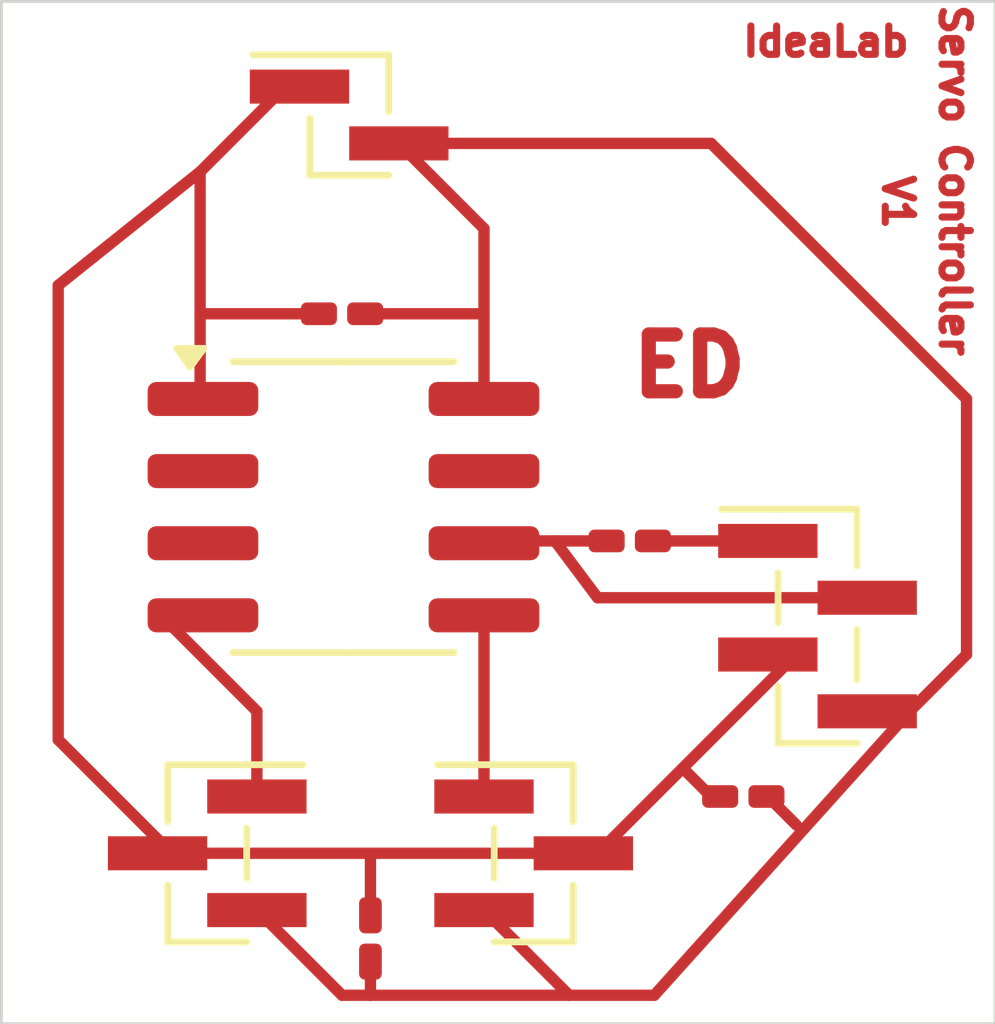
<source format=kicad_pcb>
(kicad_pcb (version 20240108) (generator "pcbnew") (generator_version "8.0")
  (layers (0 "F.Cu" signal) (31 "B.Cu" signal) (34 "B.Paste" user) (35 "F.Paste" user) (36 "B.SilkS" user "B.Silkscreen") (37 "F.SilkS" user "F.Silkscreen") (38 "B.Mask" user) (39 "F.Mask" user) (44 "Edge.Cuts" user))
  (net 0 "")
  (net 1 "Net-(UPDI1-Pin_1)")
  (net 2 "Net-(UPDI1-Pin_2)")
  (footprint "Resistor_SMD:R_0201_0603Metric_Pad0.64x0.40mm_HandSolder" (layer "F.Cu") (at 150.0675 75)
    (property "Reference" "4.7KOhm1" (hide yes))
    (property "Value" "R" (hide yes))
    (pad "1" smd roundrect (at -0.4075 0) (size 0.635 0.4) (layers "F.Cu" "F.Mask") (net 2 "Net-(UPDI1-Pin_2)"))
    (pad "2" smd roundrect (at 0.4075 0) (size 0.635 0.4) (layers "F.Cu" "F.Mask") (net 1 "Net-(UPDI1-Pin_1)"))
  )
  (footprint "Capacitor_SMD:C_0201_0603Metric_Pad0.64x0.40mm_HandSolder" (layer "F.Cu") (at 152.0675 79.5)
    (property "Reference" "0.1muf1" (hide yes))
    (property "Value" "C" (hide yes))
    (pad "1" smd roundrect (at -0.4075 0) (size 0.635 0.4) (layers "F.Cu" "F.Mask"))
    (pad "2" smd roundrect (at 0.4075 0) (size 0.635 0.4) (layers "F.Cu" "F.Mask"))
  )
  (footprint "Connector_PinHeader_1.00mm:PinHeader_1x03_P1.00mm_Vertical_SMD_Pin1Left" (layer "F.Cu") (at 148.375 80.5)
    (property "Reference" "M2" (hide yes))
    (property "Value" "Motor_Servo" (hide yes))
    (fp_line (start -0.695 -1.56) (end -1.69 -1.56) (stroke (width 0.12)) (layer "F.SilkS"))
    (fp_line (start -0.695 -1.56) (end -0.695 -1.56) (stroke (width 0.12)) (layer "F.SilkS"))
    (fp_line (start -0.695 -1.56) (end 0.695 -1.56) (stroke (width 0.12)) (layer "F.SilkS"))
    (fp_line (start -0.695 -0.44) (end -0.695 0.44) (stroke (width 0.12)) (layer "F.SilkS"))
    (fp_line (start -0.695 1.56) (end 0.695 1.56) (stroke (width 0.12)) (layer "F.SilkS"))
    (fp_line (start 0.695 -1.56) (end 0.695 -0.56) (stroke (width 0.12)) (layer "F.SilkS"))
    (fp_line (start 0.695 0.56) (end 0.695 1.56) (stroke (width 0.12)) (layer "F.SilkS"))
    (fp_line (start 0.695 1.56) (end 0.695 1.56) (stroke (width 0.12)) (layer "F.SilkS"))
    (pad "1" smd rect (at -0.875 -1) (size 1.75 0.6) (layers "F.Cu" "F.Paste" "F.Mask"))
    (pad "2" smd rect (at 0.875 0) (size 1.75 0.6) (layers "F.Cu" "F.Paste" "F.Mask"))
    (pad "3" smd rect (at -0.875 1) (size 1.75 0.6) (layers "F.Cu" "F.Paste" "F.Mask"))
  )
  (footprint "Package_SO:SOIC-8_3.9x4.9mm_P1.27mm" (layer "F.Cu") (at 145.025 74.405)
    (property "Reference" "U1" (hide yes))
    (property "Value" "ATtiny412-SS" (hide yes))
    (fp_line (start 0 -2.56) (end -1.95 -2.56) (stroke (width 0.12)) (layer "F.SilkS"))
    (fp_line (start 0 -2.56) (end 1.95 -2.56) (stroke (width 0.12)) (layer "F.SilkS"))
    (fp_line (start 0 2.56) (end -1.95 2.56) (stroke (width 0.12)) (layer "F.SilkS"))
    (fp_line (start 0 2.56) (end 1.95 2.56) (stroke (width 0.12)) (layer "F.SilkS"))
    (fp_poly (pts (xy -2.7 -2.465) (xy -2.94 -2.795) (xy -2.46 -2.795) (xy -2.7 -2.465)) (stroke (width 0.12)) (fill solid) (layer "F.SilkS"))
    (pad "1" smd roundrect (at -2.475 -1.905) (size 1.95 0.6) (layers "F.Cu" "F.Paste" "F.Mask"))
    (pad "2" smd roundrect (at -2.475 -0.635) (size 1.95 0.6) (layers "F.Cu" "F.Paste" "F.Mask"))
    (pad "3" smd roundrect (at -2.475 0.635) (size 1.95 0.6) (layers "F.Cu" "F.Paste" "F.Mask"))
    (pad "4" smd roundrect (at -2.475 1.905) (size 1.95 0.6) (layers "F.Cu" "F.Paste" "F.Mask"))
    (pad "5" smd roundrect (at 2.475 1.905) (size 1.95 0.6) (layers "F.Cu" "F.Paste" "F.Mask"))
    (pad "6" smd roundrect (at 2.475 0.635) (size 1.95 0.6) (layers "F.Cu" "F.Paste" "F.Mask"))
    (pad "7" smd roundrect (at 2.475 -0.635) (size 1.95 0.6) (layers "F.Cu" "F.Paste" "F.Mask"))
    (pad "8" smd roundrect (at 2.475 -1.905) (size 1.95 0.6) (layers "F.Cu" "F.Paste" "F.Mask"))
  )
  (footprint "Connector_PinHeader_1.00mm:PinHeader_1x03_P1.00mm_Vertical_SMD_Pin1Right" (layer "F.Cu") (at 142.625 80.5)
    (property "Reference" "M1" (hide yes))
    (property "Value" "Motor_Servo" (hide yes))
    (fp_line (start -0.695 -1.56) (end -0.695 -0.56) (stroke (width 0.12)) (layer "F.SilkS"))
    (fp_line (start -0.695 -1.56) (end 0.695 -1.56) (stroke (width 0.12)) (layer "F.SilkS"))
    (fp_line (start -0.695 -1.44) (end -0.695 -0.56) (stroke (width 0.12)) (layer "F.SilkS"))
    (fp_line (start -0.695 0.56) (end -0.695 1.56) (stroke (width 0.12)) (layer "F.SilkS"))
    (fp_line (start -0.695 1.56) (end -0.695 1.56) (stroke (width 0.12)) (layer "F.SilkS"))
    (fp_line (start -0.695 1.56) (end 0.695 1.56) (stroke (width 0.12)) (layer "F.SilkS"))
    (fp_line (start 0.695 -1.56) (end 0.695 -1.56) (stroke (width 0.12)) (layer "F.SilkS"))
    (fp_line (start 0.695 -1.56) (end 1.69 -1.56) (stroke (width 0.12)) (layer "F.SilkS"))
    (fp_line (start 0.695 -0.44) (end 0.695 0.44) (stroke (width 0.12)) (layer "F.SilkS"))
    (pad "1" smd rect (at 0.875 -1) (size 1.75 0.6) (layers "F.Cu" "F.Paste" "F.Mask"))
    (pad "2" smd rect (at -0.875 0) (size 1.75 0.6) (layers "F.Cu" "F.Paste" "F.Mask"))
    (pad "3" smd rect (at 0.875 1) (size 1.75 0.6) (layers "F.Cu" "F.Paste" "F.Mask"))
  )
  (footprint "Capacitor_SMD:C_0201_0603Metric_Pad0.64x0.40mm_HandSolder" (layer "F.Cu") (at 145.5 82 -90)
    (property "Reference" "0.1muf1" (hide yes))
    (property "Value" "C" (hide yes))
    (pad "1" smd roundrect (at -0.4075 0 270) (size 0.635 0.4) (layers "F.Cu" "F.Mask"))
    (pad "2" smd roundrect (at 0.4075 0 270) (size 0.635 0.4) (layers "F.Cu" "F.Mask"))
  )
  (footprint "Connector_PinHeader_1.00mm:PinHeader_1x04_P1.00mm_Vertical_SMD_Pin1Left" (layer "F.Cu") (at 153.375 76.5)
    (property "Reference" "UPDI1" (hide yes))
    (property "Value" "Conn_01x04_Pin" (hide yes))
    (fp_line (start -0.695 -2.06) (end -1.69 -2.06) (stroke (width 0.12)) (layer "F.SilkS"))
    (fp_line (start -0.695 -2.06) (end -0.695 -2.06) (stroke (width 0.12)) (layer "F.SilkS"))
    (fp_line (start -0.695 -2.06) (end 0.695 -2.06) (stroke (width 0.12)) (layer "F.SilkS"))
    (fp_line (start -0.695 -0.94) (end -0.695 -0.06) (stroke (width 0.12)) (layer "F.SilkS"))
    (fp_line (start -0.695 1.06) (end -0.695 2.06) (stroke (width 0.12)) (layer "F.SilkS"))
    (fp_line (start -0.695 2.06) (end 0.695 2.06) (stroke (width 0.12)) (layer "F.SilkS"))
    (fp_line (start 0.695 -2.06) (end 0.695 -1.06) (stroke (width 0.12)) (layer "F.SilkS"))
    (fp_line (start 0.695 0.06) (end 0.695 0.94) (stroke (width 0.12)) (layer "F.SilkS"))
    (fp_line (start 0.695 2.06) (end 0.695 2.06) (stroke (width 0.12)) (layer "F.SilkS"))
    (pad "1" smd rect (at -0.875 -1.5) (size 1.75 0.6) (layers "F.Cu" "F.Paste" "F.Mask") (net 1 "Net-(UPDI1-Pin_1)"))
    (pad "2" smd rect (at 0.875 -0.5) (size 1.75 0.6) (layers "F.Cu" "F.Paste" "F.Mask") (net 2 "Net-(UPDI1-Pin_2)"))
    (pad "3" smd rect (at -0.875 0.5) (size 1.75 0.6) (layers "F.Cu" "F.Paste" "F.Mask"))
    (pad "4" smd rect (at 0.875 1.5) (size 1.75 0.6) (layers "F.Cu" "F.Paste" "F.Mask"))
  )
  (footprint "Capacitor_SMD:C_0201_0603Metric_Pad0.64x0.40mm_HandSolder" (layer "F.Cu") (at 145 71)
    (property "Reference" "100muf1" (hide yes))
    (property "Value" "C" (hide yes))
    (pad "1" smd roundrect (at -0.4075 0) (size 0.635 0.4) (layers "F.Cu" "F.Mask"))
    (pad "2" smd roundrect (at 0.4075 0) (size 0.635 0.4) (layers "F.Cu" "F.Mask"))
  )
  (footprint "Connector_PinHeader_1.00mm:PinHeader_1x02_P1.00mm_Vertical_SMD_Pin1Left" (layer "F.Cu") (at 145.125 67.5)
    (property "Reference" "Power(5V)1" (hide yes))
    (property "Value" "Conn_01x02_Pin" (hide yes))
    (fp_line (start -0.695 -1.06) (end -1.69 -1.06) (stroke (width 0.12)) (layer "F.SilkS"))
    (fp_line (start -0.695 -1.06) (end -0.695 -1.06) (stroke (width 0.12)) (layer "F.SilkS"))
    (fp_line (start -0.695 -1.06) (end 0.695 -1.06) (stroke (width 0.12)) (layer "F.SilkS"))
    (fp_line (start -0.695 0.06) (end -0.695 1.06) (stroke (width 0.12)) (layer "F.SilkS"))
    (fp_line (start -0.695 1.06) (end 0.695 1.06) (stroke (width 0.12)) (layer "F.SilkS"))
    (fp_line (start 0.695 -1.06) (end 0.695 -0.06) (stroke (width 0.12)) (layer "F.SilkS"))
    (fp_line (start 0.695 1.06) (end 0.695 1.06) (stroke (width 0.12)) (layer "F.SilkS"))
    (pad "1" smd rect (at -0.875 -0.5) (size 1.75 0.6) (layers "F.Cu" "F.Paste" "F.Mask"))
    (pad "2" smd rect (at 0.875 0.5) (size 1.75 0.6) (layers "F.Cu" "F.Paste" "F.Mask"))
  )
  (gr_line (start 151.5 79.5) (end 151 79) (stroke (width 0.2)) (layer "F.Cu"))
  (gr_line (start 151.5 68) (end 146 68) (stroke (width 0.2)) (layer "F.Cu"))
  (gr_line (start 142 80.5) (end 149 80.5) (stroke (width 0.2)) (layer "F.Cu"))
  (gr_line (start 147.5 81.5) (end 149 83) (stroke (width 0.2)) (layer "F.Cu"))
  (gr_line (start 143.5 81.5) (end 145 83) (stroke (width 0.2)) (layer "F.Cu") (net 7))
  (gr_line (start 142 80.5) (end 140 78.5) (stroke (width 0.2)) (layer "F.Cu") (net 6))
  (gr_line (start 142.5 68.5) (end 142.5 72.5) (stroke (width 0.2)) (layer "F.Cu"))
  (gr_line (start 149.5 80.5) (end 153 77) (stroke (width 0.2)) (layer "F.Cu"))
  (gr_line (start 140 78.5) (end 140 70.5) (stroke (width 0.2)) (layer "F.Cu") (net 6))
  (gr_line (start 146 68) (end 147.5 69.5) (stroke (width 0.2)) (layer "F.Cu") (net 11))
  (gr_line (start 147.5 79.5) (end 147.5 76.5) (stroke (width 0.2)) (layer "F.Cu"))
  (gr_line (start 145.5 81.5) (end 145.5 80.5) (stroke (width 0.2)) (layer "F.Cu"))
  (gr_line (start 143.5 79.5) (end 143.5 78) (stroke (width 0.2)) (layer "F.Cu") (net 5))
  (gr_line (start 155 78) (end 156 77) (stroke (width 0.2)) (layer "F.Cu"))
  (gr_line (start 145.5 71) (end 147.5 71) (stroke (width 0.2)) (layer "F.Cu"))
  (gr_line (start 156 72.5) (end 151.5 68) (stroke (width 0.2)) (layer "F.Cu"))
  (gr_line (start 150.5 83) (end 155 78) (stroke (width 0.2)) (layer "F.Cu"))
  (gr_line (start 147.5 69.5) (end 147.5 72.5) (stroke (width 0.2)) (layer "F.Cu"))
  (gr_line (start 143.5 78) (end 142 76.5) (stroke (width 0.2)) (layer "F.Cu"))
  (gr_line (start 144 67) (end 142.5 68.5) (stroke (width 0.2)) (layer "F.Cu") (net 12))
  (gr_line (start 152.5 75) (end 150.5 75) (stroke (width 0.2)) (layer "F.Cu") (net 1))
  (gr_line (start 152.5 79.5) (end 153 80) (stroke (width 0.2)) (layer "F.Cu"))
  (gr_line (start 145.5 82.5) (end 145.5 83) (stroke (width 0.2)) (layer "F.Cu"))
  (gr_line (start 140 70.5) (end 142.5 68.5) (stroke (width 0.2)) (layer "F.Cu"))
  (gr_line (start 149.5 76) (end 148.75 75) (stroke (width 0.2)) (layer "F.Cu"))
  (gr_line (start 145 83) (end 150.5 83) (stroke (width 0.2)) (layer "F.Cu") (net 7))
  (gr_line (start 149.5 75) (end 148 75) (stroke (width 0.2)) (layer "F.Cu"))
  (gr_line (start 154.5 76) (end 149.5 76) (stroke (width 0.2)) (layer "F.Cu") (net 2))
  (gr_line (start 144.5 71) (end 142.5 71) (stroke (width 0.2)) (layer "F.Cu"))
  (gr_line (start 156 77) (end 156 72.5) (stroke (width 0.2)) (layer "F.Cu"))
  (gr_rect (start 139 65.5) (end 156.5 83.5) (stroke (width 0.05)) (fill none) (layer "Edge.Cuts"))
  (gr_text "V1" (at 154.5 68.5 -90) (layer "F.Cu") (effects (font (size 0.5 0.5) (thickness 0.125) (bold yes)) (justify left bottom)))
  (gr_text "Servo Controller " (at 155.5 65.5 -90) (layer "F.Cu") (effects (font (size 0.5 0.5) (thickness 0.125) (bold yes)) (justify left bottom)))
  (gr_text "IdeaLab" (at 152 66.5 0) (layer "F.Cu") (effects (font (size 0.5 0.5) (thickness 0.125) (bold yes)) (justify left bottom)))
  (gr_text "ED" (at 150 72.5 0) (layer "F.Cu") (effects (font (size 1 1) (thickness 0.25) (bold yes)) (justify left bottom)))
)
</source>
